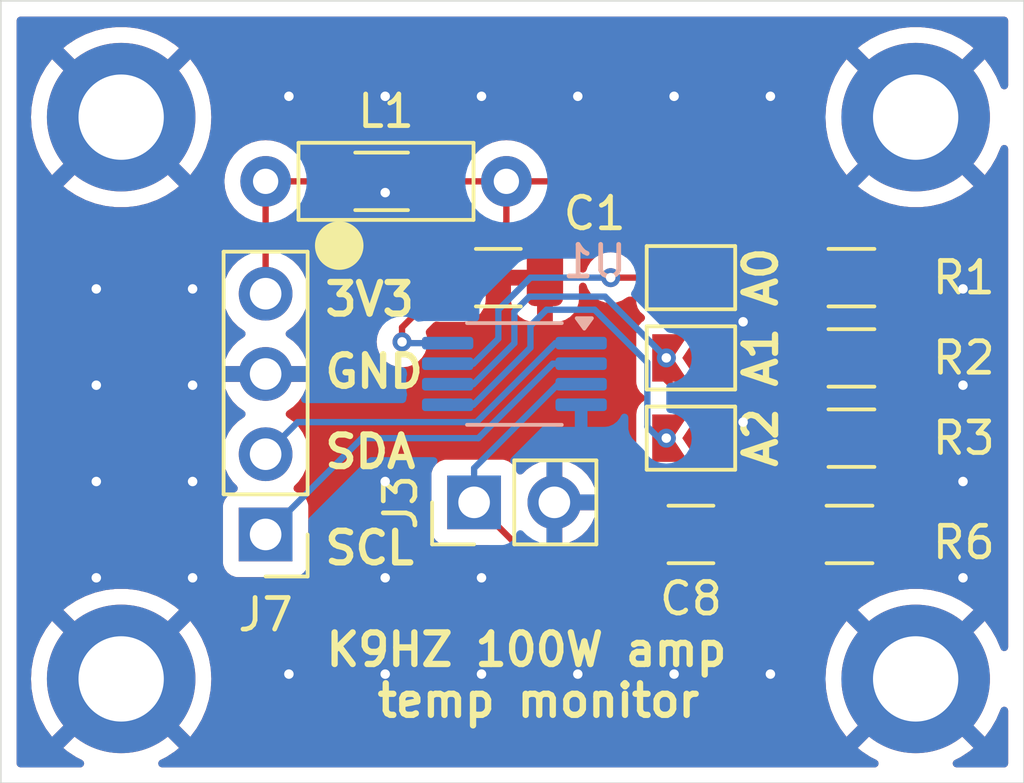
<source format=kicad_pcb>
(kicad_pcb (version 20240108) (generator "pcbnew") (generator_version "8.0")
  (layers (0 "F.Cu" signal) (31 "B.Cu" signal) (34 "B.Paste" user) (35 "F.Paste" user) (36 "B.SilkS" user "B.Silkscreen") (37 "F.SilkS" user "F.Silkscreen") (38 "B.Mask" user) (39 "F.Mask" user) (44 "Edge.Cuts" user))
  (net 0 "")
  (net 1 "GND")
  (net 2 "+3V3")
  (net 3 "Net-(U1-VDD)")
  (net 4 "Net-(J3-Pin_1)")
  (net 5 "Net-(JP1-B)")
  (net 6 "Net-(JP2-B)")
  (net 7 "Net-(JP3-B)")
  (net 8 "/SCL")
  (net 9 "/SDA")
  (footprint "Capacitor_SMD:C_1206_3216Metric" (layer "F.Cu") (at 136.144 128.016)
    (property "Reference" "C8" (at 0 2.032 0) (layer "F.SilkS"))
    (property "Value" "0.1uF 50V")
    (fp_line (start -0.711252 -0.91) (end 0.711252 -0.91) (stroke (width 0.12)) (layer "F.SilkS"))
    (fp_line (start -0.711252 0.91) (end 0.711252 0.91) (stroke (width 0.12)) (layer "F.SilkS"))
    (pad "1" smd roundrect (at -1.475 0) (size 1.15 1.8) (layers "F.Cu" "F.Paste" "F.Mask") (roundrect_rratio 0.217391) (net 1 "GND"))
    (pad "2" smd roundrect (at 1.475 0) (size 1.15 1.8) (layers "F.Cu" "F.Paste" "F.Mask") (roundrect_rratio 0.217391) (net 4 "Net-(J3-Pin_1)"))
  )
  (footprint "MountingHole:MountingHole_2.7mm_M2.5_DIN965_Pad" (layer "F.Cu") (at 118.11 114.808)
    (property "Reference" "H1" (hide yes))
    (property "Value" "~")
    (pad "1" thru_hole circle (at 0 0) (size 4.7 4.7) (drill 2.7) (layers "*.Cu" "*.Mask") (net 1 "GND"))
  )
  (footprint "Resistor_SMD:R_1206_3216Metric" (layer "F.Cu") (at 141.1625 128.016 180)
    (property "Reference" "R6" (at -3.6175 -0.254 0) (layer "F.SilkS"))
    (property "Value" "10k")
    (fp_line (start -0.727064 0.91) (end 0.727064 0.91) (stroke (width 0.12)) (layer "F.SilkS"))
    (fp_line (start -0.727064 -0.91) (end 0.727064 -0.91) (stroke (width 0.12)) (layer "F.SilkS"))
    (pad "1" smd roundrect (at -1.4625 0 180) (size 1.125 1.75) (layers "F.Cu" "F.Paste" "F.Mask") (roundrect_rratio 0.222222) (net 3 "Net-(U1-VDD)"))
    (pad "2" smd roundrect (at 1.4625 0 180) (size 1.125 1.75) (layers "F.Cu" "F.Paste" "F.Mask") (roundrect_rratio 0.222222) (net 4 "Net-(J3-Pin_1)"))
  )
  (footprint "Resistor_SMD:R_1206_3216Metric" (layer "F.Cu") (at 141.224 124.968 180)
    (property "Reference" "R3" (at -3.556 0 0) (layer "F.SilkS"))
    (property "Value" "3k3")
    (fp_line (start -0.727064 0.91) (end 0.727064 0.91) (stroke (width 0.12)) (layer "F.SilkS"))
    (fp_line (start -0.727064 -0.91) (end 0.727064 -0.91) (stroke (width 0.12)) (layer "F.SilkS"))
    (pad "1" smd roundrect (at -1.4625 0 180) (size 1.125 1.75) (layers "F.Cu" "F.Paste" "F.Mask") (roundrect_rratio 0.222222) (net 3 "Net-(U1-VDD)"))
    (pad "2" smd roundrect (at 1.4625 0 180) (size 1.125 1.75) (layers "F.Cu" "F.Paste" "F.Mask") (roundrect_rratio 0.222222) (net 7 "Net-(JP3-B)"))
  )
  (footprint "Resistor_SMD:R_1206_3216Metric" (layer "F.Cu") (at 141.224 119.888 180)
    (property "Reference" "R1" (at -3.556 0 0) (layer "F.SilkS"))
    (property "Value" "3k3")
    (fp_line (start -0.727064 0.91) (end 0.727064 0.91) (stroke (width 0.12)) (layer "F.SilkS"))
    (fp_line (start -0.727064 -0.91) (end 0.727064 -0.91) (stroke (width 0.12)) (layer "F.SilkS"))
    (pad "1" smd roundrect (at -1.4625 0 180) (size 1.125 1.75) (layers "F.Cu" "F.Paste" "F.Mask") (roundrect_rratio 0.222222) (net 3 "Net-(U1-VDD)"))
    (pad "2" smd roundrect (at 1.4625 0 180) (size 1.125 1.75) (layers "F.Cu" "F.Paste" "F.Mask") (roundrect_rratio 0.222222) (net 5 "Net-(JP1-B)"))
  )
  (footprint "MountingHole:MountingHole_2.7mm_M2.5_DIN965_Pad" (layer "F.Cu") (at 118.11 132.588)
    (property "Reference" "H4" (hide yes))
    (property "Value" "~")
    (pad "1" thru_hole circle (at 0 0) (size 4.7 4.7) (drill 2.7) (layers "*.Cu" "*.Mask") (net 1 "GND"))
  )
  (footprint "Connector_PinHeader_2.54mm:PinHeader_1x02_P2.54mm_Vertical" (layer "F.Cu") (at 129.281 127 90)
    (property "Reference" "J3" (at 0 -2.33 90) (layer "F.SilkS"))
    (property "Value" "Over-Temp Alarm")
    (fp_line (start -1.33 -1.33) (end 0 -1.33) (stroke (width 0.12)) (layer "F.SilkS"))
    (fp_line (start -1.33 0) (end -1.33 -1.33) (stroke (width 0.12)) (layer "F.SilkS"))
    (fp_line (start 1.33 1.27) (end 1.33 3.87) (stroke (width 0.12)) (layer "F.SilkS"))
    (fp_line (start -1.33 1.27) (end 1.33 1.27) (stroke (width 0.12)) (layer "F.SilkS"))
    (fp_line (start -1.33 1.27) (end -1.33 3.87) (stroke (width 0.12)) (layer "F.SilkS"))
    (fp_line (start -1.33 3.87) (end 1.33 3.87) (stroke (width 0.12)) (layer "F.SilkS"))
    (pad "1" thru_hole rect (at 0 0 90) (size 1.7 1.7) (drill 1) (layers "*.Cu" "*.Mask") (net 4 "Net-(J3-Pin_1)"))
    (pad "2" thru_hole oval (at 0 2.54 90) (size 1.7 1.7) (drill 1) (layers "*.Cu" "*.Mask") (net 1 "GND"))
  )
  (footprint "Jumper:SolderJumper-2_P1.3mm_Open_TrianglePad1.0x1.5mm" (layer "F.Cu") (at 136.144 119.888 180)
    (property "Reference" "JP1" (hide yes))
    (property "Value" "SolderJumper_2_Open")
    (fp_line (start 1.4 1) (end -1.4 1) (stroke (width 0.12)) (layer "F.SilkS"))
    (fp_line (start 1.4 -1) (end 1.4 1) (stroke (width 0.12)) (layer "F.SilkS"))
    (fp_line (start -1.4 1) (end -1.4 -1) (stroke (width 0.12)) (layer "F.SilkS"))
    (fp_line (start -1.4 -1) (end 1.4 -1) (stroke (width 0.12)) (layer "F.SilkS"))
    (pad "1" smd custom (at -0.725 0 180) (size 0.3 0.3) (layers "F.Cu" "F.Mask") (net 1 "GND") (options (clearance outline) (anchor rect)) (primitives (gr_poly (pts (xy 1 0) (xy 0.5 0.75) (xy -0.5 0.75) (xy -0.5 -0.75) (xy 0.5 -0.75)) (width 0) (fill yes))))
    (pad "2" smd custom (at 0.725 0 180) (size 0.3 0.3) (layers "F.Cu" "F.Mask") (net 5 "Net-(JP1-B)") (options (clearance outline) (anchor rect)) (primitives (gr_poly (pts (xy 0.5 0.75) (xy -0.65 0.75) (xy -0.15 0) (xy -0.65 -0.75) (xy 0.5 -0.75)) (width 0) (fill yes))))
  )
  (footprint "Inductor_SMD:L_1206_3216Metric_Pad1.22x1.90mm_HandSolder" (layer "F.Cu") (at 126.3535 116.84)
    (property "Reference" "L2" (hide yes))
    (property "Value" "FB")
    (fp_line (start -0.835242 -0.91) (end 0.835242 -0.91) (stroke (width 0.12)) (layer "F.SilkS"))
    (fp_line (start -0.835242 0.91) (end 0.835242 0.91) (stroke (width 0.12)) (layer "F.SilkS"))
    (pad "1" smd roundrect (at -1.6625 0) (size 1.225 1.9) (layers "F.Cu" "F.Paste" "F.Mask") (roundrect_rratio 0.204082) (net 2 "+3V3"))
    (pad "2" smd roundrect (at 1.6625 0) (size 1.225 1.9) (layers "F.Cu" "F.Paste" "F.Mask") (roundrect_rratio 0.204082) (net 3 "Net-(U1-VDD)"))
  )
  (footprint "MountingHole:MountingHole_2.7mm_M2.5_DIN965_Pad" (layer "F.Cu") (at 143.256 114.808)
    (property "Reference" "H2" (hide yes))
    (property "Value" "~")
    (pad "1" thru_hole circle (at 0 0) (size 4.7 4.7) (drill 2.7) (layers "*.Cu" "*.Mask") (net 1 "GND"))
  )
  (footprint "Jumper:SolderJumper-2_P1.3mm_Open_TrianglePad1.0x1.5mm" (layer "F.Cu") (at 136.144 124.968 180)
    (property "Reference" "JP3" (hide yes))
    (property "Value" "SolderJumper_2_Open")
    (fp_line (start 1.4 1) (end -1.4 1) (stroke (width 0.12)) (layer "F.SilkS"))
    (fp_line (start 1.4 -1) (end 1.4 1) (stroke (width 0.12)) (layer "F.SilkS"))
    (fp_line (start -1.4 1) (end -1.4 -1) (stroke (width 0.12)) (layer "F.SilkS"))
    (fp_line (start -1.4 -1) (end 1.4 -1) (stroke (width 0.12)) (layer "F.SilkS"))
    (pad "1" smd custom (at -0.725 0 180) (size 0.3 0.3) (layers "F.Cu" "F.Mask") (net 1 "GND") (options (clearance outline) (anchor rect)) (primitives (gr_poly (pts (xy 1 0) (xy 0.5 0.75) (xy -0.5 0.75) (xy -0.5 -0.75) (xy 0.5 -0.75)) (width 0) (fill yes))))
    (pad "2" smd custom (at 0.725 0 180) (size 0.3 0.3) (layers "F.Cu" "F.Mask") (net 7 "Net-(JP3-B)") (options (clearance outline) (anchor rect)) (primitives (gr_poly (pts (xy 0.5 0.75) (xy -0.65 0.75) (xy -0.15 0) (xy -0.65 -0.75) (xy 0.5 -0.75)) (width 0) (fill yes))))
  )
  (footprint "Resistor_SMD:R_1206_3216Metric" (layer "F.Cu") (at 141.224 122.428 180)
    (property "Reference" "R2" (at -3.556 0 0) (layer "F.SilkS"))
    (property "Value" "3k3")
    (fp_line (start -0.727064 0.91) (end 0.727064 0.91) (stroke (width 0.12)) (layer "F.SilkS"))
    (fp_line (start -0.727064 -0.91) (end 0.727064 -0.91) (stroke (width 0.12)) (layer "F.SilkS"))
    (pad "1" smd roundrect (at -1.4625 0 180) (size 1.125 1.75) (layers "F.Cu" "F.Paste" "F.Mask") (roundrect_rratio 0.222222) (net 3 "Net-(U1-VDD)"))
    (pad "2" smd roundrect (at 1.4625 0 180) (size 1.125 1.75) (layers "F.Cu" "F.Paste" "F.Mask") (roundrect_rratio 0.222222) (net 6 "Net-(JP2-B)"))
  )
  (footprint "Connector_PinHeader_2.54mm:PinHeader_1x04_P2.54mm_Vertical" (layer "F.Cu") (at 122.682 128.016 180)
    (property "Reference" "J7" (at 0 -2.54 0) (layer "F.SilkS"))
    (property "Value" "Temp monitor")
    (fp_line (start 1.33 1.27) (end 1.33 8.95) (stroke (width 0.12)) (layer "F.SilkS"))
    (fp_line (start -1.33 8.95) (end 1.33 8.95) (stroke (width 0.12)) (layer "F.SilkS"))
    (fp_line (start -1.33 1.27) (end 1.33 1.27) (stroke (width 0.12)) (layer "F.SilkS"))
    (fp_line (start -1.33 1.27) (end -1.33 8.95) (stroke (width 0.12)) (layer "F.SilkS"))
    (fp_line (start -1.33 0) (end -1.33 -1.33) (stroke (width 0.12)) (layer "F.SilkS"))
    (fp_line (start -1.33 -1.33) (end 0 -1.33) (stroke (width 0.12)) (layer "F.SilkS"))
    (pad "1" thru_hole rect (at 0 0 180) (size 1.7 1.7) (drill 1) (layers "*.Cu" "*.Mask") (net 8 "/SCL"))
    (pad "2" thru_hole oval (at 0 2.54 180) (size 1.7 1.7) (drill 1) (layers "*.Cu" "*.Mask") (net 9 "/SDA"))
    (pad "3" thru_hole oval (at 0 5.08 180) (size 1.7 1.7) (drill 1) (layers "*.Cu" "*.Mask") (net 1 "GND"))
    (pad "4" thru_hole oval (at 0 7.62 180) (size 1.7 1.7) (drill 1) (layers "*.Cu" "*.Mask") (net 2 "+3V3"))
  )
  (footprint "Inductor_THT:L_Axial_L5.3mm_D2.2mm_P7.62mm_Horizontal_Vishay_IM-1" (layer "F.Cu") (at 122.682 116.84)
    (property "Reference" "L1" (at 3.81 -2.22 0) (layer "F.SilkS"))
    (property "Value" "FB")
    (fp_line (start 1.04 -1.22) (end 1.04 1.22) (stroke (width 0.12)) (layer "F.SilkS"))
    (fp_line (start 1.04 1.22) (end 6.58 1.22) (stroke (width 0.12)) (layer "F.SilkS"))
    (fp_line (start 6.58 -1.22) (end 1.04 -1.22) (stroke (width 0.12)) (layer "F.SilkS"))
    (fp_line (start 6.58 1.22) (end 6.58 -1.22) (stroke (width 0.12)) (layer "F.SilkS"))
    (pad "1" thru_hole circle (at 0 0) (size 1.6 1.6) (drill 0.8) (layers "*.Cu" "*.Mask") (net 2 "+3V3"))
    (pad "2" thru_hole oval (at 7.62 0) (size 1.6 1.6) (drill 0.8) (layers "*.Cu" "*.Mask") (net 3 "Net-(U1-VDD)"))
  )
  (footprint "Capacitor_SMD:C_1206_3216Metric" (layer "F.Cu") (at 130.048 119.888 180)
    (property "Reference" "C1" (at -3.048 2.032 0) (layer "F.SilkS"))
    (property "Value" "0.1uF 50V")
    (fp_line (start -0.711252 0.91) (end 0.711252 0.91) (stroke (width 0.12)) (layer "F.SilkS"))
    (fp_line (start -0.711252 -0.91) (end 0.711252 -0.91) (stroke (width 0.12)) (layer "F.SilkS"))
    (pad "1" smd roundrect (at -1.475 0 180) (size 1.15 1.8) (layers "F.Cu" "F.Paste" "F.Mask") (roundrect_rratio 0.217391) (net 1 "GND"))
    (pad "2" smd roundrect (at 1.475 0 180) (size 1.15 1.8) (layers "F.Cu" "F.Paste" "F.Mask") (roundrect_rratio 0.217391) (net 3 "Net-(U1-VDD)"))
  )
  (footprint "Jumper:SolderJumper-2_P1.3mm_Open_TrianglePad1.0x1.5mm" (layer "F.Cu") (at 136.144 122.428 180)
    (property "Reference" "JP2" (hide yes))
    (property "Value" "SolderJumper_2_Open")
    (fp_line (start 1.4 1) (end -1.4 1) (stroke (width 0.12)) (layer "F.SilkS"))
    (fp_line (start 1.4 -1) (end 1.4 1) (stroke (width 0.12)) (layer "F.SilkS"))
    (fp_line (start -1.4 1) (end -1.4 -1) (stroke (width 0.12)) (layer "F.SilkS"))
    (fp_line (start -1.4 -1) (end 1.4 -1) (stroke (width 0.12)) (layer "F.SilkS"))
    (pad "1" smd custom (at -0.725 0 180) (size 0.3 0.3) (layers "F.Cu" "F.Mask") (net 1 "GND") (options (clearance outline) (anchor rect)) (primitives (gr_poly (pts (xy 1 0) (xy 0.5 0.75) (xy -0.5 0.75) (xy -0.5 -0.75) (xy 0.5 -0.75)) (width 0) (fill yes))))
    (pad "2" smd custom (at 0.725 0 180) (size 0.3 0.3) (layers "F.Cu" "F.Mask") (net 6 "Net-(JP2-B)") (options (clearance outline) (anchor rect)) (primitives (gr_poly (pts (xy 0.5 0.75) (xy -0.65 0.75) (xy -0.15 0) (xy -0.65 -0.75) (xy 0.5 -0.75)) (width 0) (fill yes))))
  )
  (footprint "MountingHole:MountingHole_2.7mm_M2.5_DIN965_Pad" (layer "F.Cu") (at 143.256 132.588)
    (property "Reference" "H3" (hide yes))
    (property "Value" "~")
    (pad "1" thru_hole circle (at 0 0) (size 4.7 4.7) (drill 2.7) (layers "*.Cu" "*.Mask") (net 1 "GND"))
  )
  (footprint "Package_SO:MSOP-8_3x3mm_P0.65mm" (layer "B.Cu") (at 130.556 122.936 180)
    (property "Reference" "U1" (at -2.54 3.556 0) (layer "B.SilkS") (effects (justify mirror)))
    (property "Value" "ADT75")
    (fp_line (start 1.5 1.61) (end 0 1.61) (stroke (width 0.12)) (layer "B.SilkS"))
    (fp_line (start 1.5 -1.61) (end 0 -1.61) (stroke (width 0.12)) (layer "B.SilkS"))
    (fp_line (start -1.5 1.61) (end 0 1.61) (stroke (width 0.12)) (layer "B.SilkS"))
    (fp_line (start -1.5 -1.61) (end 0 -1.61) (stroke (width 0.12)) (layer "B.SilkS"))
    (fp_poly (pts (xy -2.2125 1.435) (xy -2.4525 1.765) (xy -1.9725 1.765) (xy -2.2125 1.435)) (stroke (width 0.12)) (fill solid) (layer "B.SilkS"))
    (pad "1" smd roundrect (at -2.1125 0.975 180) (size 1.625 0.4) (layers "B.Cu" "B.Paste" "B.Mask") (net 9 "/SDA"))
    (pad "2" smd roundrect (at -2.1125 0.325 180) (size 1.625 0.4) (layers "B.Cu" "B.Paste" "B.Mask") (net 8 "/SCL"))
    (pad "3" smd roundrect (at -2.1125 -0.325 180) (size 1.625 0.4) (layers "B.Cu" "B.Paste" "B.Mask") (net 4 "Net-(J3-Pin_1)"))
    (pad "4" smd roundrect (at -2.1125 -0.975 180) (size 1.625 0.4) (layers "B.Cu" "B.Paste" "B.Mask") (net 1 "GND"))
    (pad "5" smd roundrect (at 2.1125 -0.975 180) (size 1.625 0.4) (layers "B.Cu" "B.Paste" "B.Mask") (net 7 "Net-(JP3-B)"))
    (pad "6" smd roundrect (at 2.1125 -0.325 180) (size 1.625 0.4) (layers "B.Cu" "B.Paste" "B.Mask") (net 6 "Net-(JP2-B)"))
    (pad "7" smd roundrect (at 2.1125 0.325 180) (size 1.625 0.4) (layers "B.Cu" "B.Paste" "B.Mask") (net 5 "Net-(JP1-B)"))
    (pad "8" smd roundrect (at 2.1125 0.975 180) (size 1.625 0.4) (layers "B.Cu" "B.Paste" "B.Mask") (net 3 "Net-(U1-VDD)"))
  )
  (gr_circle (center 125.01158 118.872) (end 125.73 118.872) (stroke (width 0.1)) (fill solid) (layer "F.SilkS"))
  (gr_rect (start 114.3 111.125) (end 146.685 135.89) (stroke (width 0.05)) (fill none) (layer "Edge.Cuts"))
  (gr_text "SCL" (at 124.46 129.032 0) (layer "F.SilkS") (effects (font (size 1 1) (thickness 0.2) (bold yes)) (justify left bottom)))
  (gr_text "A0" (at 138.938 120.904 90) (layer "F.SilkS") (effects (font (size 1 1) (thickness 0.2) (bold yes)) (justify left bottom)))
  (gr_text "GND" (at 124.46 123.444 0) (layer "F.SilkS") (effects (font (size 1 1) (thickness 0.2) (bold yes)) (justify left bottom)))
  (gr_text "K9HZ 100W amp \ntemp monitor" (at 131.318 133.858 0) (layer "F.SilkS") (effects (font (size 1 1) (thickness 0.2) (bold yes)) (justify bottom)))
  (gr_text "3V3" (at 124.46 121.158 0) (layer "F.SilkS") (effects (font (size 1 1) (thickness 0.2) (bold yes)) (justify left bottom)))
  (gr_text "A2" (at 138.938 125.984 90) (layer "F.SilkS") (effects (font (size 1 1) (thickness 0.2) (bold yes)) (justify left bottom)))
  (gr_text "A1" (at 138.938 123.444 90) (layer "F.SilkS") (effects (font (size 1 1) (thickness 0.2) (bold yes)) (justify left bottom)))
  (gr_text "SDA" (at 124.46 125.984 0) (layer "F.SilkS") (effects (font (size 1 1) (thickness 0.2) (bold yes)) (justify left bottom)))
  (via (at 129.515 129.388) (size 0.6) (drill 0.3) (layers "F.Cu" "B.Cu") (net 1))
  (via (at 126.467 132.436) (size 0.6) (drill 0.3) (layers "F.Cu" "B.Cu") (net 1))
  (via (at 120.371 129.388) (size 0.6) (drill 0.3) (layers "F.Cu" "B.Cu") (net 1))
  (via (at 117.323 129.388) (size 0.6) (drill 0.3) (layers "F.Cu" "B.Cu") (net 1))
  (via (at 144.755 126.34) (size 0.6) (drill 0.3) (layers "F.Cu" "B.Cu") (net 1))
  (via (at 117.323 120.244) (size 0.6) (drill 0.3) (layers "F.Cu" "B.Cu") (net 1))
  (via (at 137.795 121.285) (size 0.6) (drill 0.3) (layers "F.Cu" "B.Cu") (net 1))
  (via (at 132.563 114.148) (size 0.6) (drill 0.3) (layers "F.Cu" "B.Cu") (net 1))
  (via (at 117.323 123.292) (size 0.6) (drill 0.3) (layers "F.Cu" "B.Cu") (net 1))
  (via (at 126.467 129.388) (size 0.6) (drill 0.3) (layers "F.Cu" "B.Cu") (net 1))
  (via (at 137.795 124.46) (size 0.6) (drill 0.3) (layers "F.Cu" "B.Cu") (net 1))
  (via (at 126.467 114.148) (size 0.6) (drill 0.3) (layers "F.Cu" "B.Cu") (net 1))
  (via (at 144.755 129.388) (size 0.6) (drill 0.3) (layers "F.Cu" "B.Cu") (net 1))
  (via (at 144.755 120.244) (size 0.6) (drill 0.3) (layers "F.Cu" "B.Cu") (net 1))
  (via (at 138.659 132.436) (size 0.6) (drill 0.3) (layers "F.Cu" "B.Cu") (net 1))
  (via (at 138.659 114.148) (size 0.6) (drill 0.3) (layers "F.Cu" "B.Cu") (net 1))
  (via (at 117.323 126.34) (size 0.6) (drill 0.3) (layers "F.Cu" "B.Cu") (net 1))
  (via (at 126.467 126.34) (size 0.6) (drill 0.3) (layers "F.Cu" "B.Cu") (net 1))
  (via (at 129.515 114.148) (size 0.6) (drill 0.3) (layers "F.Cu" "B.Cu") (net 1))
  (via (at 123.419 132.436) (size 0.6) (drill 0.3) (layers "F.Cu" "B.Cu") (net 1))
  (via (at 135.611 132.436) (size 0.6) (drill 0.3) (layers "F.Cu" "B.Cu") (net 1))
  (via (at 135.611 114.148) (size 0.6) (drill 0.3) (layers "F.Cu" "B.Cu") (net 1))
  (via (at 120.371 126.34) (size 0.6) (drill 0.3) (layers "F.Cu" "B.Cu") (net 1))
  (via (at 123.419 114.148) (size 0.6) (drill 0.3) (layers "F.Cu" "B.Cu") (net 1))
  (via (at 126.467 117.196) (size 0.6) (drill 0.3) (layers "F.Cu" "B.Cu") (net 1))
  (via (at 120.371 123.292) (size 0.6) (drill 0.3) (layers "F.Cu" "B.Cu") (net 1))
  (via (at 144.755 123.292) (size 0.6) (drill 0.3) (layers "F.Cu" "B.Cu") (net 1))
  (via (at 129.515 132.436) (size 0.6) (drill 0.3) (layers "F.Cu" "B.Cu") (net 1))
  (via (at 132.563 132.436) (size 0.6) (drill 0.3) (layers "F.Cu" "B.Cu") (net 1))
  (via (at 120.371 120.244) (size 0.6) (drill 0.3) (layers "F.Cu" "B.Cu") (net 1))
  (segment (start 122.682 116.84) (end 122.682 120.396) (width 0.2) (layer "F.Cu") (net 2))
  (segment (start 122.682 116.84) (end 124.691 116.84) (width 0.2) (layer "F.Cu") (net 2))
  (segment (start 130.302 116.84) (end 139.6385 116.84) (width 0.2) (layer "F.Cu") (net 3))
  (segment (start 130.302 116.84) (end 128.016 116.84) (width 0.2) (layer "F.Cu") (net 3))
  (segment (start 127 121.92) (end 127 121.461) (width 0.2) (layer "F.Cu") (net 3))
  (segment (start 139.6385 116.84) (end 142.6865 119.888) (width 0.2) (layer "F.Cu") (net 3))
  (segment (start 142.6865 122.428) (end 142.6865 124.968) (width 0.2) (layer "F.Cu") (net 3))
  (segment (start 142.6865 127.9545) (end 142.625 128.016) (width 0.2) (layer "F.Cu") (net 3))
  (segment (start 142.6865 119.888) (end 142.6865 122.428) (width 0.2) (layer "F.Cu") (net 3))
  (segment (start 127 121.461) (end 128.573 119.888) (width 0.2) (layer "F.Cu") (net 3))
  (segment (start 130.302 116.84) (end 130.302 118.159) (width 0.2) (layer "F.Cu") (net 3))
  (segment (start 142.6865 124.968) (end 142.6865 127.9545) (width 0.2) (layer "F.Cu") (net 3))
  (segment (start 130.302 118.159) (end 128.573 119.888) (width 0.2) (layer "F.Cu") (net 3))
  (via (at 127 121.92) (size 0.6) (drill 0.3) (layers "F.Cu" "B.Cu") (net 3))
  (segment (start 127.041 121.961) (end 127 121.92) (width 0.2) (layer "B.Cu") (net 3))
  (segment (start 128.4435 121.961) (end 127.041 121.961) (width 0.2) (layer "B.Cu") (net 3))
  (segment (start 136.419 129.216) (end 131.497 129.216) (width 0.2) (layer "F.Cu") (net 4))
  (segment (start 131.497 129.216) (end 129.281 127) (width 0.2) (layer "F.Cu") (net 4))
  (segment (start 137.619 128.016) (end 136.419 129.216) (width 0.2) (layer "F.Cu") (net 4))
  (segment (start 137.619 128.016) (end 139.7 128.016) (width 0.2) (layer "F.Cu") (net 4))
  (segment (start 132.6685 123.261) (end 131.937544 123.261) (width 0.2) (layer "B.Cu") (net 4))
  (segment (start 131.937544 123.261) (end 129.281 125.917544) (width 0.2) (layer "B.Cu") (net 4))
  (segment (start 129.281 125.917544) (end 129.281 127) (width 0.2) (layer "B.Cu") (net 4))
  (segment (start 138.2375 118.364) (end 139.7615 119.888) (width 0.2) (layer "F.Cu") (net 5))
  (segment (start 135.419 119.888) (end 135.419 119.133) (width 0.2) (layer "F.Cu") (net 5))
  (segment (start 135.419 119.133) (end 136.188 118.364) (width 0.2) (layer "F.Cu") (net 5))
  (segment (start 136.188 118.364) (end 138.2375 118.364) (width 0.2) (layer "F.Cu") (net 5))
  (segment (start 133.604 119.888) (end 135.419 119.888) (width 0.2) (layer "F.Cu") (net 5))
  (via (at 133.604 119.888) (size 0.6) (drill 0.3) (layers "F.Cu" "B.Cu") (net 5))
  (segment (start 130.048 120.904) (end 131.064 119.888) (width 0.2) (layer "B.Cu") (net 5))
  (segment (start 131.064 119.888) (end 133.604 119.888) (width 0.2) (layer "B.Cu") (net 5))
  (segment (start 128.4435 122.611) (end 129.255999 122.611) (width 0.2) (layer "B.Cu") (net 5))
  (segment (start 130.048 121.818999) (end 130.048 120.904) (width 0.2) (layer "B.Cu") (net 5))
  (segment (start 129.255999 122.611) (end 130.048 121.818999) (width 0.2) (layer "B.Cu") (net 5))
  (segment (start 138.7065 123.483) (end 135.719 123.483) (width 0.2) (layer "F.Cu") (net 6))
  (segment (start 139.7615 122.428) (end 138.7065 123.483) (width 0.2) (layer "F.Cu") (net 6))
  (segment (start 135.719 123.483) (end 135.364097 123.128097) (width 0.2) (layer "F.Cu") (net 6))
  (segment (start 135.364097 123.128097) (end 135.364097 122.427664) (width 0.2) (layer "F.Cu") (net 6))
  (via (at 135.364097 122.427664) (size 0.6) (drill 0.3) (layers "F.Cu" "B.Cu") (net 6))
  (segment (start 130.556 120.961686) (end 131.029686 120.488) (width 0.2) (layer "B.Cu") (net 6))
  (segment (start 128.4435 123.261) (end 129.255999 123.261) (width 0.2) (layer "B.Cu") (net 6))
  (segment (start 129.255999 123.261) (end 130.556 121.960999) (width 0.2) (layer "B.Cu") (net 6))
  (segment (start 130.556 121.960999) (end 130.556 120.961686) (width 0.2) (layer "B.Cu") (net 6))
  (segment (start 131.029686 120.488) (end 133.424433 120.488) (width 0.2) (layer "B.Cu") (net 6))
  (segment (start 133.424433 120.488) (end 135.364097 122.427664) (width 0.2) (layer "B.Cu") (net 6))
  (segment (start 135.419 125.259) (end 135.419 124.968) (width 0.2) (layer "F.Cu") (net 7))
  (segment (start 139.7615 124.968) (end 138.7065 126.023) (width 0.2) (layer "F.Cu") (net 7))
  (segment (start 136.183 126.023) (end 135.419 125.259) (width 0.2) (layer "F.Cu") (net 7))
  (segment (start 138.7065 126.023) (end 136.183 126.023) (width 0.2) (layer "F.Cu") (net 7))
  (via (at 135.364097 124.967664) (size 0.6) (drill 0.3) (layers "F.Cu" "B.Cu") (net 7))
  (segment (start 134.764097 122.572097) (end 134.764097 124.604097) (width 0.2) (layer "B.Cu") (net 7))
  (segment (start 134.764097 124.604097) (end 135.127664 124.967664) (width 0.2) (layer "B.Cu") (net 7))
  (segment (start 129.255999 123.911) (end 131.064 122.102999) (width 0.2) (layer "B.Cu") (net 7))
  (segment (start 133.096 120.904) (end 134.764097 122.572097) (width 0.2) (layer "B.Cu") (net 7))
  (segment (start 131.572 120.904) (end 133.096 120.904) (width 0.2) (layer "B.Cu") (net 7))
  (segment (start 128.4435 123.911) (end 129.255999 123.911) (width 0.2) (layer "B.Cu") (net 7))
  (segment (start 131.064 121.412) (end 131.572 120.904) (width 0.2) (layer "B.Cu") (net 7))
  (segment (start 135.127664 124.967664) (end 135.364097 124.967664) (width 0.2) (layer "B.Cu") (net 7))
  (segment (start 131.064 122.102999) (end 131.064 121.412) (width 0.2) (layer "B.Cu") (net 7))
  (segment (start 129.414687 124.968) (end 125.73 124.968) (width 0.2) (layer "B.Cu") (net 8))
  (segment (start 132.6685 122.611) (end 131.771687 122.611) (width 0.2) (layer "B.Cu") (net 8))
  (segment (start 125.73 124.968) (end 122.682 128.016) (width 0.2) (layer "B.Cu") (net 8))
  (segment (start 131.771687 122.611) (end 129.414687 124.968) (width 0.2) (layer "B.Cu") (net 8))
  (segment (start 123.698 124.46) (end 122.682 125.476) (width 0.2) (layer "B.Cu") (net 9))
  (segment (start 129.357001 124.46) (end 123.698 124.46) (width 0.2) (layer "B.Cu") (net 9))
  (segment (start 131.856001 121.961) (end 129.357001 124.46) (width 0.2) (layer "B.Cu") (net 9))
  (segment (start 132.6685 121.961) (end 131.856001 121.961) (width 0.2) (layer "B.Cu") (net 9))
  (zone (net 1) (net_name "GND") (layers "F&B.Cu") (connect_pads (clearance 0.5)) (min_thickness 0.25) (fill yes (thermal_gap 0.5) (thermal_bridge_width 0.5))
    (polygon (pts (xy 114.3 111.125) (xy 146.685 111.125) (xy 146.685 135.89) (xy 114.3 135.89)))
  )
)
</source>
